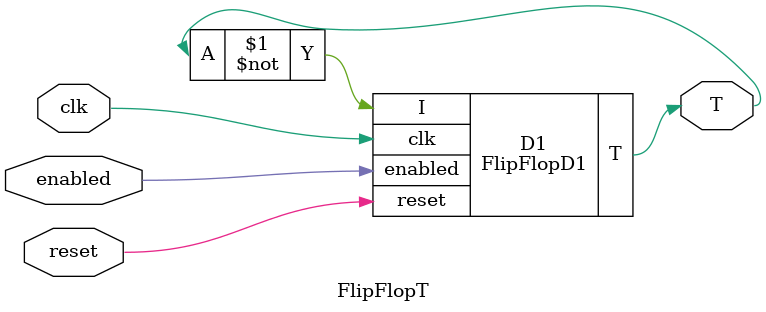
<source format=v>

module FlipFlopD1(
    input wire clk, reset, enabled, I,
    output reg T);

    always @ (posedge clk or posedge reset) begin
        if (reset) 
            T <= 1'b0;
        else if (enabled)
            T <= I;
        end
endmodule

module FlipFlopT(
    input wire clk, reset, enabled,
    output wire T);

    FlipFlopD1 D1(clk, reset, enabled, ~T, T);

endmodule

</source>
